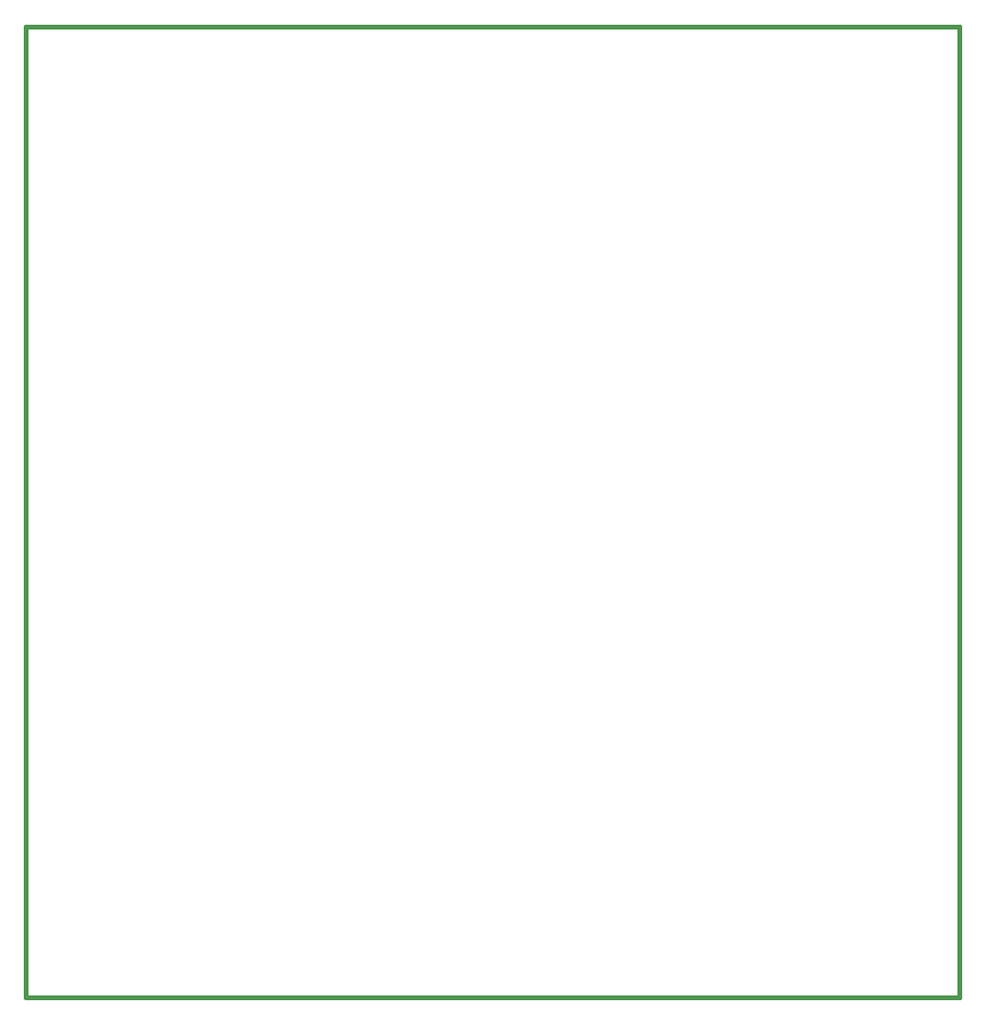
<source format=gko>
G04 (created by PCBNEW-RS274X (2011-05-25)-stable) date Fri 21 Mar 2014 21:57:54 CST*
G01*
G70*
G90*
%MOIN*%
G04 Gerber Fmt 3.4, Leading zero omitted, Abs format*
%FSLAX34Y34*%
G04 APERTURE LIST*
%ADD10C,0.006000*%
%ADD11C,0.015000*%
G04 APERTURE END LIST*
G54D10*
G54D11*
X72750Y-54000D02*
X72750Y-20000D01*
X40000Y-20000D02*
X40000Y-50000D01*
X40000Y-54000D02*
X72750Y-54000D01*
X72750Y-20000D02*
X40000Y-20000D01*
X40000Y-50000D02*
X40000Y-54000D01*
M02*

</source>
